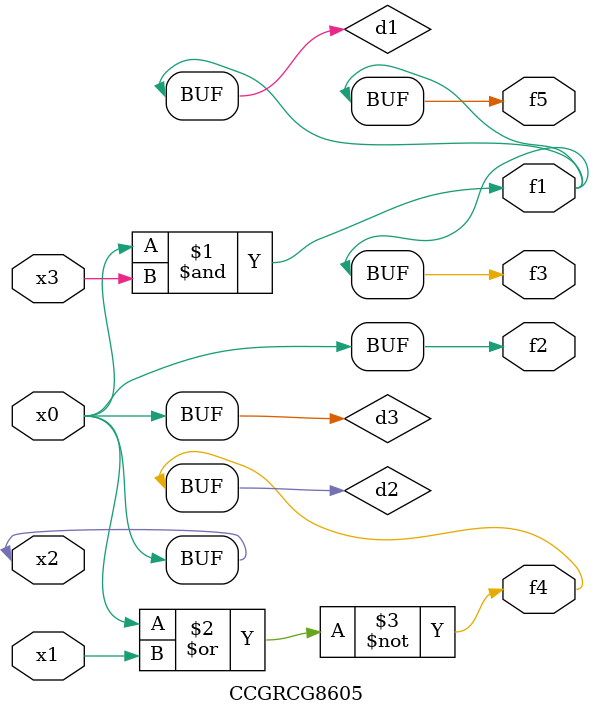
<source format=v>
module CCGRCG8605(
	input x0, x1, x2, x3,
	output f1, f2, f3, f4, f5
);

	wire d1, d2, d3;

	and (d1, x2, x3);
	nor (d2, x0, x1);
	buf (d3, x0, x2);
	assign f1 = d1;
	assign f2 = d3;
	assign f3 = d1;
	assign f4 = d2;
	assign f5 = d1;
endmodule

</source>
